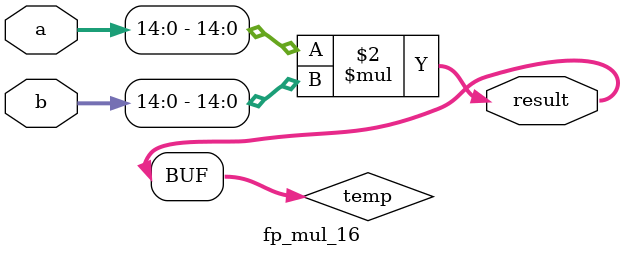
<source format=v>
`timescale 1ns / 1ps

module fp_mul_16 #(parameter Q = 10,parameter N = 16)
	(
	 input [N-1:0]	a,
	 input [N-1:0]	b,
	 output [2*N-1:0] result
	 );
	 
    reg [2*N-1:0] temp;  // Store full 64-bit multiplication
    assign result = temp;  // Directly assign full result

    always @(a, b) begin
        temp <= a[N-2:0] * b[N-2:0]; // Multiply full
    end

endmodule


</source>
